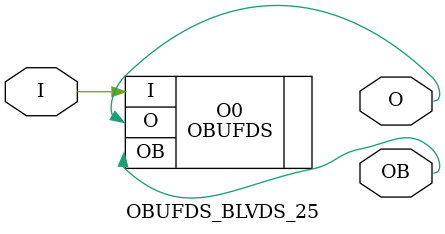
<source format=v>


`timescale  1 ps / 1 ps


module OBUFDS_BLVDS_25 (O, OB, I);

    output O, OB;

    input  I;

	OBUFDS #(.IOSTANDARD("BLVDS_25")) O0 (.O(O), .I(I), .OB(OB));


endmodule



</source>
